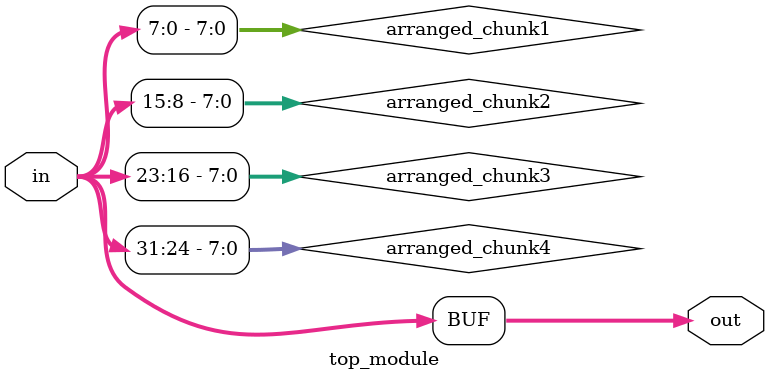
<source format=sv>
module top_module (
    input [31:0] in,
    output [31:0] out
);

    reg [7:0] chunk1;
    reg [7:0] chunk2;
    reg [7:0] chunk3;
    reg [7:0] chunk4;
    wire [7:0] arranged_chunk1;
    wire [7:0] arranged_chunk2;
    wire [7:0] arranged_chunk3;
    wire [7:0] arranged_chunk4;
  
    assign arranged_chunk1 = in[7:0];
    assign arranged_chunk2 = in[15:8];
    assign arranged_chunk3 = in[23:16];
    assign arranged_chunk4 = in[31:24];
  
    assign out[7:0] = arranged_chunk1;
    assign out[15:8] = arranged_chunk2;
    assign out[23:16] = arranged_chunk3;
    assign out[31:24] = arranged_chunk4;

endmodule

</source>
